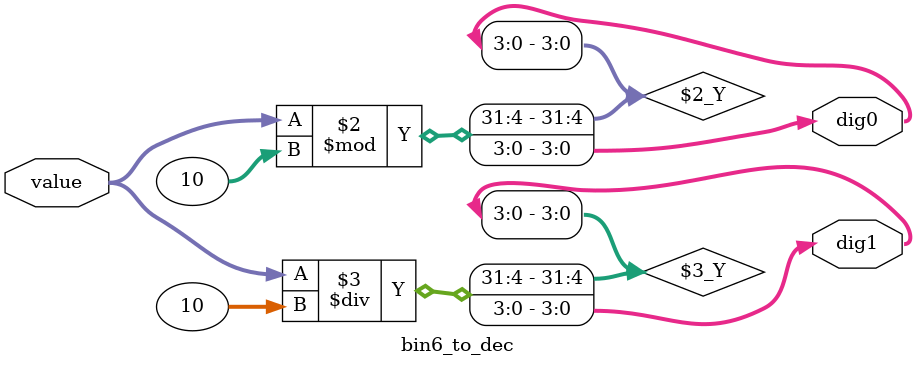
<source format=v>
module bin6_to_dec(
input wire [5:0] value,
output reg [3:0] dig0,
output reg [3:0] dig1
);

always @(value)

begin
	dig0 = value % 10;
	dig1 = value / 10;
end
endmodule
</source>
